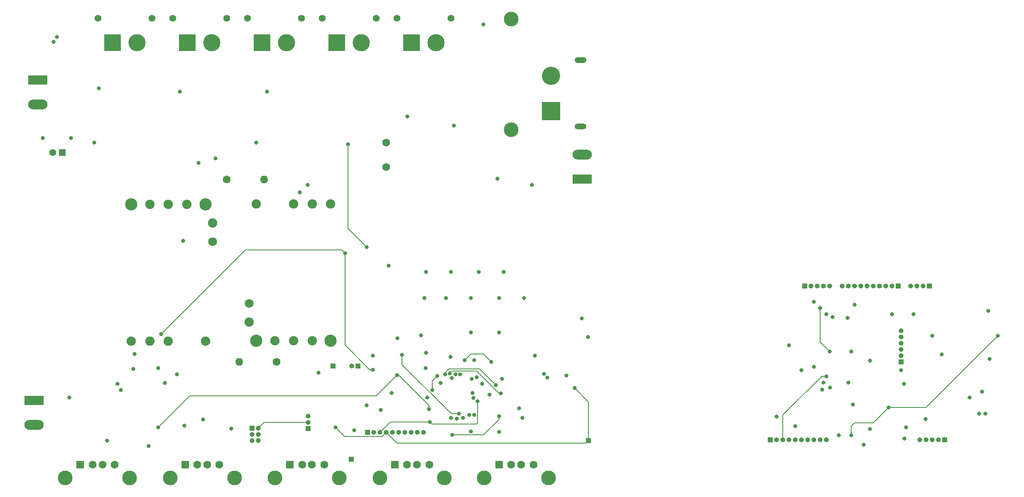
<source format=gbr>
%TF.GenerationSoftware,KiCad,Pcbnew,(6.0.0)*%
%TF.CreationDate,2022-02-25T16:17:33+00:00*%
%TF.ProjectId,ISOpower,49534f70-6f77-4657-922e-6b696361645f,rev?*%
%TF.SameCoordinates,Original*%
%TF.FileFunction,Copper,L2,Inr*%
%TF.FilePolarity,Positive*%
%FSLAX46Y46*%
G04 Gerber Fmt 4.6, Leading zero omitted, Abs format (unit mm)*
G04 Created by KiCad (PCBNEW (6.0.0)) date 2022-02-25 16:17:33*
%MOMM*%
%LPD*%
G01*
G04 APERTURE LIST*
%TA.AperFunction,ComponentPad*%
%ADD10C,3.716000*%
%TD*%
%TA.AperFunction,ComponentPad*%
%ADD11R,3.716000X3.716000*%
%TD*%
%TA.AperFunction,ComponentPad*%
%ADD12O,2.400000X1.200000*%
%TD*%
%TA.AperFunction,ComponentPad*%
%ADD13R,1.600000X1.500000*%
%TD*%
%TA.AperFunction,ComponentPad*%
%ADD14C,1.600000*%
%TD*%
%TA.AperFunction,ComponentPad*%
%ADD15C,3.000000*%
%TD*%
%TA.AperFunction,ComponentPad*%
%ADD16R,1.000000X1.000000*%
%TD*%
%TA.AperFunction,ComponentPad*%
%ADD17O,1.000000X1.000000*%
%TD*%
%TA.AperFunction,ComponentPad*%
%ADD18C,1.400000*%
%TD*%
%TA.AperFunction,ComponentPad*%
%ADD19R,3.500000X3.500000*%
%TD*%
%TA.AperFunction,ComponentPad*%
%ADD20C,3.500000*%
%TD*%
%TA.AperFunction,ComponentPad*%
%ADD21O,1.600000X1.600000*%
%TD*%
%TA.AperFunction,ComponentPad*%
%ADD22R,3.960000X1.980000*%
%TD*%
%TA.AperFunction,ComponentPad*%
%ADD23O,3.960000X1.980000*%
%TD*%
%TA.AperFunction,ComponentPad*%
%ADD24C,1.900000*%
%TD*%
%TA.AperFunction,ComponentPad*%
%ADD25C,1.800000*%
%TD*%
%TA.AperFunction,ComponentPad*%
%ADD26C,2.500000*%
%TD*%
%TA.AperFunction,ComponentPad*%
%ADD27R,1.400000X1.400000*%
%TD*%
%TA.AperFunction,ViaPad*%
%ADD28C,0.800000*%
%TD*%
%TA.AperFunction,Conductor*%
%ADD29C,0.200000*%
%TD*%
G04 APERTURE END LIST*
D10*
%TO.N,GND*%
%TO.C,J1*%
X167454511Y-54899511D03*
D11*
%TO.N,/24V_0*%
X167454511Y-62099511D03*
D12*
%TO.N,N/C*%
X173454511Y-65249511D03*
X173454511Y-51749511D03*
%TD*%
D13*
%TO.N,5V_BUS*%
%TO.C,J12*%
X135599511Y-134319511D03*
D14*
%TO.N,unconnected-(J12-Pad2)*%
X138099511Y-134319511D03*
%TO.N,unconnected-(J12-Pad3)*%
X140099511Y-134319511D03*
%TO.N,GND*%
X142599511Y-134319511D03*
D15*
X145669511Y-137029511D03*
X132529511Y-137029511D03*
%TD*%
D16*
%TO.N,23*%
%TO.C,J2*%
X247742500Y-129225000D03*
D17*
%TO.N,19*%
X246472500Y-129225000D03*
%TO.N,18*%
X245202500Y-129225000D03*
%TO.N,5*%
X243932500Y-129225000D03*
%TO.N,4*%
X242662500Y-129225000D03*
%TD*%
D18*
%TO.N,*%
%TO.C,J15*%
X90284511Y-43129511D03*
X101284511Y-43129511D03*
D19*
%TO.N,GND*%
X93284511Y-48129511D03*
D20*
%TO.N,/Power Outputs/12V_OP_1*%
X98284511Y-48129511D03*
%TD*%
D14*
%TO.N,Net-(R7-Pad1)*%
%TO.C,R7*%
X101304511Y-76069511D03*
D21*
%TO.N,GND*%
X108924511Y-76069511D03*
%TD*%
D16*
%TO.N,Net-(J8-Pad1)*%
%TO.C,J8*%
X106494511Y-126869511D03*
D17*
%TO.N,/AtMega328p/MCU_5V_BUS*%
X107764511Y-126869511D03*
%TO.N,Net-(J8-Pad3)*%
X106494511Y-128139511D03*
%TO.N,Net-(J8-Pad4)*%
X107764511Y-128139511D03*
%TO.N,/AtMega328p/USB MCU CH340 Interface A/DTR_A*%
X106494511Y-129409511D03*
%TO.N,GND*%
X107764511Y-129409511D03*
%TD*%
%TO.N,/AtMega328p/ADC4*%
%TO.C,J25*%
X126814511Y-114169511D03*
D16*
%TO.N,/AtMega328p/ADC5*%
X128084511Y-114169511D03*
%TD*%
D22*
%TO.N,GND*%
%TO.C,J21*%
X173804511Y-75989511D03*
D23*
%TO.N,24V_BUS*%
X173804511Y-70989511D03*
%TD*%
D24*
%TO.N,unconnected-(U5-Pad34)*%
%TO.C,U5*%
X85624511Y-109089511D03*
%TO.N,unconnected-(U5-Pad33)*%
X98424511Y-84989511D03*
D25*
%TO.N,unconnected-(U5-Pad32)*%
X98424511Y-88789511D03*
D26*
%TO.N,/Power Distribution/12V_I_SENSE_IP*%
X81824511Y-81189511D03*
D24*
X85624511Y-81189511D03*
%TO.N,Net-(R7-Pad1)*%
X89424511Y-81189511D03*
%TO.N,unconnected-(U5-Pad5)*%
X93224511Y-81189511D03*
D26*
%TO.N,GND*%
X97024511Y-81189511D03*
D24*
X97024511Y-109089511D03*
%TO.N,Net-(JP3-Pad2)*%
X89424511Y-109089511D03*
%TO.N,24V_BUS*%
X81824511Y-109089511D03*
%TD*%
D18*
%TO.N,*%
%TO.C,J14*%
X75044511Y-43129511D03*
X86044511Y-43129511D03*
D19*
%TO.N,GND*%
X78044511Y-48129511D03*
D20*
%TO.N,/Power Outputs/12V_OP_0*%
X83044511Y-48129511D03*
%TD*%
D18*
%TO.N,*%
%TO.C,J18*%
X147004511Y-43129511D03*
X136004511Y-43129511D03*
D19*
%TO.N,GND*%
X139004511Y-48129511D03*
D20*
%TO.N,/Power Outputs/12V_OP_4*%
X144004511Y-48129511D03*
%TD*%
D16*
%TO.N,/AtMega328p/CH_C*%
%TO.C,J24*%
X123004511Y-114169511D03*
%TD*%
D22*
%TO.N,GND*%
%TO.C,J22*%
X62804511Y-55749511D03*
D23*
%TO.N,12V_BUS*%
X62804511Y-60749511D03*
%TD*%
D16*
%TO.N,/ESP32_Daughterboard/GND*%
%TO.C,J7*%
X219147500Y-97877500D03*
D17*
%TO.N,/ESP32_Daughterboard/3V3_BUS*%
X220417500Y-97877500D03*
%TO.N,/ESP32_Daughterboard/MCU_5V_BUS*%
X221687500Y-97877500D03*
%TO.N,SCL*%
X222957500Y-97877500D03*
%TO.N,SDA*%
X224227500Y-97877500D03*
%TD*%
D13*
%TO.N,5V_BUS*%
%TO.C,J13*%
X156849506Y-134319511D03*
D14*
%TO.N,unconnected-(J13-Pad2)*%
X159349506Y-134319511D03*
%TO.N,unconnected-(J13-Pad3)*%
X161349506Y-134319511D03*
%TO.N,GND*%
X163849506Y-134319511D03*
D15*
X153779506Y-137029511D03*
X166919506Y-137029511D03*
%TD*%
D24*
%TO.N,24V_BUS*%
%TO.C,U4*%
X122524511Y-81119511D03*
%TO.N,Net-(JP2-Pad2)*%
X114924511Y-81119511D03*
%TO.N,GND*%
X107324511Y-81119511D03*
D26*
X107324511Y-109019511D03*
D24*
%TO.N,unconnected-(U4-Pad5)*%
X111124511Y-109019511D03*
%TO.N,Net-(R6-Pad1)*%
X114924511Y-109019511D03*
%TO.N,/Power Distribution/5V_I_SENSE_IP*%
X118724511Y-109019511D03*
D26*
X122524511Y-109019511D03*
D25*
%TO.N,unconnected-(U4-Pad32)*%
X105924511Y-101419511D03*
D24*
%TO.N,unconnected-(U4-Pad33)*%
X105924511Y-105219511D03*
%TO.N,unconnected-(U4-Pad34)*%
X118724511Y-81119511D03*
%TD*%
D16*
%TO.N,Net-(J3-Pad1)*%
%TO.C,J3*%
X244557500Y-97877500D03*
D17*
%TO.N,Net-(J3-Pad2)*%
X243287500Y-97877500D03*
%TO.N,Net-(J3-Pad3)*%
X242017500Y-97877500D03*
%TO.N,Net-(J3-Pad4)*%
X240747500Y-97877500D03*
%TD*%
D14*
%TO.N,24V_BUS*%
%TO.C,C19*%
X133799511Y-73529511D03*
%TO.N,GND*%
X133799511Y-68529511D03*
%TD*%
D27*
%TO.N,12V_BUS*%
%TO.C,M1*%
X67809511Y-70629511D03*
D18*
%TO.N,GND*%
X65809511Y-70629511D03*
%TD*%
D13*
%TO.N,5V_BUS*%
%TO.C,J10*%
X92834511Y-134319511D03*
D14*
%TO.N,unconnected-(J10-Pad2)*%
X95334511Y-134319511D03*
%TO.N,unconnected-(J10-Pad3)*%
X97334511Y-134319511D03*
%TO.N,GND*%
X99834511Y-134319511D03*
D15*
X102904511Y-137029511D03*
X89764511Y-137029511D03*
%TD*%
D16*
%TO.N,/USB_PBUS*%
%TO.C,J6*%
X117924511Y-126954511D03*
D17*
%TO.N,/AtMega328p/MCU_5V_BUS*%
X117924511Y-125684511D03*
%TO.N,MCU_5V*%
X117924511Y-124414511D03*
%TD*%
D14*
%TO.N,Net-(R6-Pad1)*%
%TO.C,R6*%
X111464511Y-113369511D03*
D21*
%TO.N,GND*%
X103844511Y-113369511D03*
%TD*%
D16*
%TO.N,/USB_PBUS*%
%TO.C,J26*%
X175074511Y-129409511D03*
%TD*%
D18*
%TO.N,*%
%TO.C,J17*%
X120764511Y-43129511D03*
X131764511Y-43129511D03*
D19*
%TO.N,GND*%
X123764511Y-48129511D03*
D20*
%TO.N,/Power Outputs/12V_OP_3*%
X128764511Y-48129511D03*
%TD*%
D18*
%TO.N,*%
%TO.C,J16*%
X116524511Y-43129511D03*
X105524511Y-43129511D03*
D19*
%TO.N,GND*%
X108524511Y-48129511D03*
D20*
%TO.N,/Power Outputs/12V_OP_2*%
X113524511Y-48129511D03*
%TD*%
D13*
%TO.N,5V_BUS*%
%TO.C,J9*%
X71464511Y-134319511D03*
D14*
%TO.N,unconnected-(J9-Pad2)*%
X73964511Y-134319511D03*
%TO.N,unconnected-(J9-Pad3)*%
X75964511Y-134319511D03*
%TO.N,GND*%
X78464511Y-134319511D03*
D15*
X68394511Y-137029511D03*
X81534511Y-137029511D03*
%TD*%
D16*
%TO.N,/3V3_BUS*%
%TO.C,J30*%
X126704511Y-133219511D03*
%TD*%
%TO.N,GND*%
%TO.C,J29*%
X130004511Y-127747783D03*
D17*
%TO.N,/3V3_BUS*%
X131274511Y-127747783D03*
%TO.N,/AtMega328p/MCU_5V_BUS*%
X132544511Y-127747783D03*
%TO.N,/USB_PBUS*%
X133814511Y-127747783D03*
%TO.N,unconnected-(J29-Pad5)*%
X135084511Y-127747783D03*
%TO.N,unconnected-(J29-Pad6)*%
X136354511Y-127747783D03*
%TO.N,unconnected-(J29-Pad7)*%
X137624511Y-127747783D03*
%TO.N,unconnected-(J29-Pad8)*%
X138894511Y-127747783D03*
%TO.N,/AtMega328p/SSERIAL_TX*%
X140164511Y-127747783D03*
%TO.N,/AtMega328p/SSERIAL_RX*%
X141434511Y-127747783D03*
%TD*%
D16*
%TO.N,Net-(J5-Pad1)*%
%TO.C,J5*%
X238207500Y-97877500D03*
D17*
%TO.N,Net-(J5-Pad2)*%
X236937500Y-97877500D03*
%TO.N,Net-(J5-Pad3)*%
X235667500Y-97877500D03*
%TO.N,Net-(J5-Pad4)*%
X234397500Y-97877500D03*
%TO.N,Net-(J5-Pad5)*%
X233127500Y-97877500D03*
%TO.N,Net-(J5-Pad6)*%
X231857500Y-97877500D03*
%TO.N,Net-(J5-Pad7)*%
X230587500Y-97877500D03*
%TO.N,Net-(J5-Pad8)*%
X229317500Y-97877500D03*
%TO.N,Net-(J5-Pad9)*%
X228047500Y-97877500D03*
%TO.N,Net-(D9-Pad2)*%
X226777500Y-97877500D03*
%TD*%
D15*
%TO.N,/24V_0*%
%TO.C,F1*%
X159324511Y-43309511D03*
%TO.N,/24V_1*%
X159324511Y-65909511D03*
%TD*%
D16*
%TO.N,Net-(J4-Pad1)*%
%TO.C,J4*%
X238842500Y-113350000D03*
D17*
%TO.N,Net-(J4-Pad2)*%
X238842500Y-112080000D03*
%TO.N,Net-(J4-Pad3)*%
X238842500Y-110810000D03*
%TO.N,Net-(J4-Pad4)*%
X238842500Y-109540000D03*
%TO.N,Net-(J4-Pad5)*%
X238842500Y-108270000D03*
%TO.N,Net-(J4-Pad6)*%
X238842500Y-107000000D03*
%TD*%
D22*
%TO.N,GND*%
%TO.C,J23*%
X62044511Y-121234511D03*
D23*
%TO.N,5V_BUS*%
X62044511Y-126234511D03*
%TD*%
D13*
%TO.N,5V_BUS*%
%TO.C,J11*%
X114204511Y-134319511D03*
D14*
%TO.N,unconnected-(J11-Pad2)*%
X116704511Y-134319511D03*
%TO.N,unconnected-(J11-Pad3)*%
X118704511Y-134319511D03*
%TO.N,GND*%
X121204511Y-134319511D03*
D15*
X111134511Y-137029511D03*
X124274511Y-137029511D03*
%TD*%
D16*
%TO.N,/ESP32_Daughterboard/GND*%
%TO.C,J19*%
X212172500Y-129225000D03*
D17*
%TO.N,/ESP32_Daughterboard/3V3_BUS*%
X213442500Y-129225000D03*
%TO.N,/ESP32_Daughterboard/MCU_5V_BUS*%
X214712500Y-129225000D03*
%TO.N,/ESP32_Daughterboard/USB_PBUS*%
X215982500Y-129225000D03*
%TO.N,unconnected-(J19-Pad5)*%
X217252500Y-129225000D03*
%TO.N,unconnected-(J19-Pad6)*%
X218522500Y-129225000D03*
%TO.N,unconnected-(J19-Pad7)*%
X219792500Y-129225000D03*
%TO.N,unconnected-(J19-Pad8)*%
X221062500Y-129225000D03*
%TO.N,/ESP32_Daughterboard/SSERIAL_TX*%
X222332500Y-129225000D03*
%TO.N,/ESP32_Daughterboard/SSERIAL_RX*%
X223602500Y-129225000D03*
%TD*%
D28*
%TO.N,GND*%
X116205000Y-78740000D03*
X141900489Y-114639511D03*
X142240000Y-120650000D03*
X151765000Y-113030000D03*
%TO.N,Net-(D4-Pad2)*%
X156845000Y-124460000D03*
X147320000Y-128270000D03*
%TO.N,GND*%
X151130000Y-127570500D03*
X154940000Y-120015000D03*
X157480000Y-116840000D03*
X132715000Y-123190000D03*
X164115268Y-112109732D03*
X156845000Y-107315000D03*
X151130000Y-107315000D03*
X140970000Y-107950000D03*
X136128550Y-108548340D03*
X156845000Y-127635000D03*
X161925000Y-100330000D03*
X156845000Y-100330000D03*
X151130000Y-100330000D03*
X146050000Y-100330000D03*
X141605000Y-100330000D03*
X88714511Y-117660489D03*
X120015000Y-115570000D03*
X102235000Y-127000000D03*
X96520000Y-125095000D03*
X92710000Y-126365000D03*
X82550000Y-111760000D03*
X69215000Y-120650000D03*
X76969511Y-129404511D03*
X153670000Y-44450000D03*
X99060000Y-71755000D03*
X107315000Y-68580000D03*
X74295000Y-68580000D03*
%TO.N,Net-(C18-Pad1)*%
X69554511Y-67649511D03*
X63839511Y-67649511D03*
%TO.N,/ESP32_Daughterboard/USB ESP32 CH340 Interface /ESP_EN*%
X236937500Y-103592500D03*
X256622500Y-102957500D03*
%TO.N,MCU_5V*%
X125434511Y-91144511D03*
X87969511Y-107654511D03*
X131149511Y-114935000D03*
%TO.N,Net-(D1-Pad2)*%
X156549511Y-75904511D03*
X163534511Y-77174511D03*
%TO.N,Net-(D4-Pad2)*%
X170586217Y-116099521D03*
X161629511Y-124799511D03*
X166709511Y-116544511D03*
X174964511Y-108289511D03*
%TO.N,Net-(D4-Pad3)*%
X160930011Y-122794531D03*
X166002756Y-115837756D03*
X173694511Y-104479511D03*
%TO.N,Net-(D6-Pad2)*%
X79079511Y-117814511D03*
X66675000Y-46961289D03*
%TO.N,Net-(D8-Pad2)*%
X82232476Y-114779011D03*
X66040000Y-47960792D03*
%TO.N,4*%
X243790979Y-125011511D03*
%TO.N,Net-(J5-Pad8)*%
X245192500Y-108037500D03*
%TO.N,Net-(J5-Pad9)*%
X247097500Y-111847500D03*
%TO.N,SCL*%
X255352500Y-119467500D03*
X221062500Y-101052500D03*
%TO.N,SDA*%
X224872500Y-104227500D03*
X252812500Y-120652998D03*
%TO.N,Net-(J8-Pad1)*%
X150773492Y-124165021D03*
%TO.N,Net-(J8-Pad3)*%
X151772730Y-124142049D03*
%TO.N,Net-(J8-Pad4)*%
X149468877Y-124741579D03*
%TO.N,/5V_BUS_MONITOR*%
X79731429Y-119112465D03*
X85429511Y-130514511D03*
X142579511Y-122959011D03*
X136020139Y-116054383D03*
X87334511Y-126704511D03*
%TO.N,/12V_BUS_MONITOR*%
X95589511Y-72729511D03*
X87334511Y-114639511D03*
X134959511Y-119719511D03*
%TO.N,/BUS_B_DISABLE*%
X117814511Y-77174511D03*
X131149511Y-112099511D03*
%TO.N,/BUS_A_DISABLE*%
X91144511Y-115909511D03*
X144909000Y-117660880D03*
%TO.N,/Power Outputs/5v to 12v logic conversion_v2/0_OUT*%
X75269511Y-57489511D03*
X134324511Y-93684511D03*
%TO.N,/Power Outputs/5v to 12v logic conversion_v2/1_OUT*%
X141944511Y-94954511D03*
X91779511Y-58124511D03*
%TO.N,/Power Outputs/5v to 12v logic conversion_v2/2_OUT*%
X109559511Y-58124511D03*
X147024511Y-94954511D03*
%TO.N,/Power Outputs/5v to 12v logic conversion_v2/3_OUT*%
X138134511Y-63204511D03*
X152739511Y-94954511D03*
%TO.N,/Power Outputs/5v to 12v logic conversion_v2/4_OUT*%
X147659511Y-65109511D03*
X157819511Y-94954511D03*
%TO.N,Net-(Q19-Pad2)*%
X224382372Y-118623128D03*
X228682500Y-111212500D03*
%TO.N,/ESP32_Daughterboard/GND*%
X239842500Y-126722500D03*
X229317500Y-101687500D03*
X226141882Y-128357269D03*
X256892500Y-112752500D03*
X213437500Y-124552500D03*
X215990000Y-109935000D03*
X241382500Y-103592500D03*
X228997500Y-122090000D03*
X223602500Y-103592500D03*
X221062500Y-114387500D03*
X217252500Y-126452500D03*
X218522500Y-115022500D03*
X239449083Y-117819349D03*
%TO.N,Net-(Q20-Pad2)*%
X232492500Y-113117500D03*
X228047500Y-117562500D03*
%TO.N,/ESP32_Daughterboard/MCU_5V_BUS*%
X222332500Y-102322500D03*
X223538000Y-116292500D03*
X224237500Y-111212500D03*
%TO.N,/ESP32_Daughterboard/3V3_BUS*%
X236302500Y-122642500D03*
X228682500Y-128357500D03*
X258527500Y-108037500D03*
%TO.N,/AtMega328p/MCU_5V_BUS*%
X149860000Y-113030000D03*
X155279511Y-113369511D03*
X144209500Y-116261880D03*
X152490011Y-121379692D03*
X143214511Y-119084511D03*
X142703883Y-125664383D03*
%TO.N,/BUS_I_SENSE_A*%
X151469511Y-119655011D03*
X92414511Y-88604511D03*
%TO.N,/BUS_I_SENSE_B*%
X151598314Y-120680192D03*
X129879511Y-122195011D03*
%TO.N,/AtMega328p/USB MCU CH340 Interface A/DTR_A*%
X147214648Y-116607555D03*
X127339511Y-127339511D03*
X153374511Y-117814511D03*
%TO.N,/USB_PBUS*%
X123529511Y-126704511D03*
X172251616Y-118712935D03*
%TO.N,/ESP32_Daughterboard/SSERIAL_RX*%
X232492500Y-127087500D03*
%TO.N,/AtMega328p/ADC5*%
X147930008Y-115909511D03*
%TO.N,/AtMega328p/ADC4*%
X148929511Y-115909511D03*
%TO.N,Net-(D9-Pad2)*%
X227921739Y-104353261D03*
X238842500Y-115022500D03*
%TO.N,/AtMega328p/SSERIAL_TX*%
X146999842Y-124735445D03*
%TO.N,/AtMega328p/SSERIAL_RX*%
X148209834Y-124909082D03*
%TO.N,/AtMega328p/CH_F*%
X137041633Y-111922389D03*
X148609011Y-123959149D03*
%TO.N,/AtMega328p/CH_G*%
X141944511Y-111464511D03*
X152256854Y-116510188D03*
%TO.N,/AtMega328p/CH_H*%
X151292014Y-116781232D03*
X146975106Y-112310607D03*
%TO.N,/ESP32_Daughterboard/Logic Level Conversion/1A*%
X231222500Y-130262500D03*
X239477500Y-128992500D03*
%TO.N,/ESP32_Daughterboard/USB ESP32 CH340 Interface /TxD_B*%
X222967500Y-117562500D03*
X254717500Y-123912500D03*
%TO.N,/ESP32_Daughterboard/USB ESP32 CH340 Interface /RxD_B*%
X222758128Y-118977372D03*
X255987500Y-123912500D03*
%TO.N,/AtMega328p/USB MCU CH340 Interface A/RxD_A*%
X146798874Y-115687090D03*
X157184511Y-119784011D03*
%TO.N,/AtMega328p/USB MCU CH340 Interface A/TxD_A*%
X156210000Y-118110000D03*
X145823393Y-115904904D03*
%TO.N,HV*%
X126069511Y-68919511D03*
X129879511Y-89874511D03*
%TD*%
D29*
%TO.N,MCU_5V*%
X130470489Y-114935000D02*
X131149511Y-114935000D01*
X125434511Y-109899022D02*
X130470489Y-114935000D01*
X125434511Y-91144511D02*
X125434511Y-109899022D01*
%TO.N,/AtMega328p/MCU_5V_BUS*%
X143214511Y-117256869D02*
X144209500Y-116261880D01*
X143214511Y-119084511D02*
X143214511Y-117256869D01*
%TO.N,/AtMega328p/CH_F*%
X147099904Y-123959149D02*
X137041633Y-113900878D01*
X137041633Y-113900878D02*
X137041633Y-111922389D01*
X148609011Y-123959149D02*
X147099904Y-123959149D01*
%TO.N,/AtMega328p/USB MCU CH340 Interface A/RxD_A*%
X156891284Y-119784011D02*
X152317283Y-115210010D01*
%TO.N,/AtMega328p/USB MCU CH340 Interface A/TxD_A*%
X145823393Y-115622194D02*
X145823393Y-115904904D01*
X146635087Y-114810500D02*
X145823393Y-115622194D01*
X152910500Y-114810500D02*
X146635087Y-114810500D01*
%TO.N,/AtMega328p/USB MCU CH340 Interface A/RxD_A*%
X152317283Y-115210010D02*
X147275954Y-115210010D01*
X147275954Y-115210010D02*
X146798874Y-115687090D01*
%TO.N,/AtMega328p/USB MCU CH340 Interface A/TxD_A*%
X156210000Y-118110000D02*
X152910500Y-114810500D01*
%TO.N,/AtMega328p/USB MCU CH340 Interface A/RxD_A*%
X157184511Y-119784011D02*
X156891284Y-119784011D01*
%TO.N,/AtMega328p/MCU_5V_BUS*%
X153670000Y-111760000D02*
X151130000Y-111760000D01*
X155279511Y-113369511D02*
X153670000Y-111760000D01*
X151130000Y-111760000D02*
X149860000Y-113030000D01*
%TO.N,Net-(D4-Pad2)*%
X156845000Y-125095000D02*
X156845000Y-124460000D01*
X153670000Y-128270000D02*
X156845000Y-125095000D01*
X147320000Y-128270000D02*
X153670000Y-128270000D01*
%TO.N,/USB_PBUS*%
X136006238Y-129939510D02*
X133814511Y-127747783D01*
X174544512Y-129939510D02*
X136006238Y-129939510D01*
X175074511Y-129409511D02*
X174544512Y-129939510D01*
%TO.N,/AtMega328p/MCU_5V_BUS*%
X152490011Y-125829373D02*
X152490011Y-121379692D01*
X143109011Y-126069511D02*
X152249873Y-126069511D01*
X152249873Y-126069511D02*
X152490011Y-125829373D01*
X142703883Y-125664383D02*
X143109011Y-126069511D01*
X107764511Y-126869511D02*
X108949511Y-125684511D01*
X108949511Y-125684511D02*
X117924511Y-125684511D01*
%TO.N,MCU_5V*%
X124799511Y-90509511D02*
X125434511Y-91144511D01*
X87969511Y-107654511D02*
X105114511Y-90509511D01*
X105114511Y-90509511D02*
X124799511Y-90509511D01*
%TO.N,/5V_BUS_MONITOR*%
X136020139Y-116054383D02*
X131784511Y-120290011D01*
X93749011Y-120290011D02*
X87334511Y-126704511D01*
X142579511Y-122259511D02*
X142579511Y-122959011D01*
X131784511Y-120290011D02*
X93749011Y-120290011D01*
X136165011Y-115909511D02*
X136229511Y-115909511D01*
X136229511Y-115909511D02*
X142579511Y-122259511D01*
X136020139Y-116054383D02*
X136165011Y-115909511D01*
%TO.N,/ESP32_Daughterboard/MCU_5V_BUS*%
X214712500Y-124193255D02*
X222613255Y-116292500D01*
X214712500Y-129225000D02*
X214712500Y-124193255D01*
X222332500Y-102322500D02*
X222332500Y-109307500D01*
X222613255Y-116292500D02*
X223538000Y-116292500D01*
X222332500Y-109307500D02*
X224237500Y-111212500D01*
%TO.N,/ESP32_Daughterboard/3V3_BUS*%
X236302500Y-122642500D02*
X233127500Y-125817500D01*
X258527500Y-108037500D02*
X243922500Y-122642500D01*
X233127500Y-125817500D02*
X229317500Y-125817500D01*
X228682500Y-126452500D02*
X228682500Y-128357500D01*
X243922500Y-122642500D02*
X236302500Y-122642500D01*
X229317500Y-125817500D02*
X228682500Y-126452500D01*
%TO.N,/AtMega328p/MCU_5V_BUS*%
X134687783Y-125604511D02*
X142644011Y-125604511D01*
X142644011Y-125604511D02*
X142703883Y-125664383D01*
X132544511Y-127747783D02*
X134687783Y-125604511D01*
%TO.N,/USB_PBUS*%
X175074511Y-121535830D02*
X172251616Y-118712935D01*
X175074511Y-129409511D02*
X175074511Y-121535830D01*
X123529511Y-126704511D02*
X125372294Y-128547294D01*
X133015000Y-128547294D02*
X133814511Y-127747783D01*
X125372294Y-128547294D02*
X133015000Y-128547294D01*
%TO.N,HV*%
X126069511Y-86064511D02*
X129879511Y-89874511D01*
X126069511Y-68919511D02*
X126069511Y-86064511D01*
%TD*%
M02*

</source>
